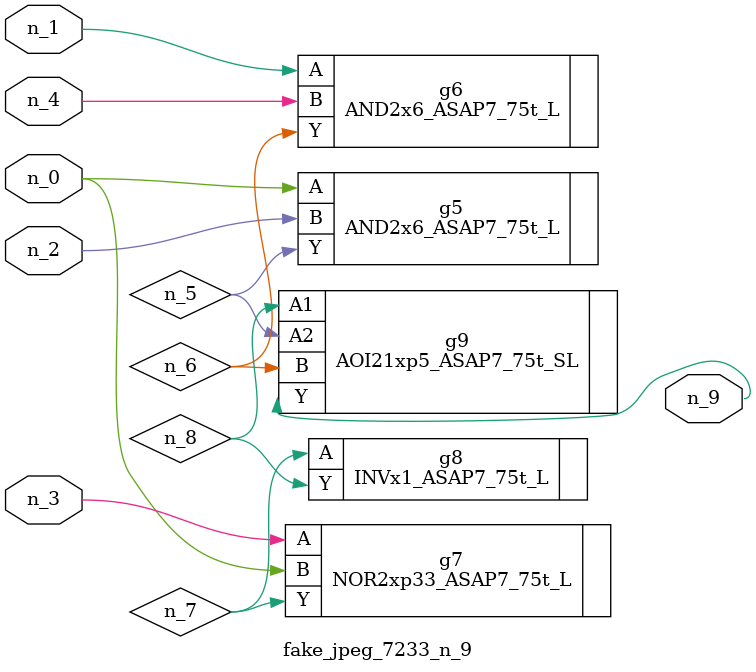
<source format=v>
module fake_jpeg_7233_n_9 (n_3, n_2, n_1, n_0, n_4, n_9);

input n_3;
input n_2;
input n_1;
input n_0;
input n_4;

output n_9;

wire n_8;
wire n_6;
wire n_5;
wire n_7;

AND2x6_ASAP7_75t_L g5 ( 
.A(n_0),
.B(n_2),
.Y(n_5)
);

AND2x6_ASAP7_75t_L g6 ( 
.A(n_1),
.B(n_4),
.Y(n_6)
);

NOR2xp33_ASAP7_75t_L g7 ( 
.A(n_3),
.B(n_0),
.Y(n_7)
);

INVx1_ASAP7_75t_L g8 ( 
.A(n_7),
.Y(n_8)
);

AOI21xp5_ASAP7_75t_SL g9 ( 
.A1(n_8),
.A2(n_5),
.B(n_6),
.Y(n_9)
);


endmodule
</source>
